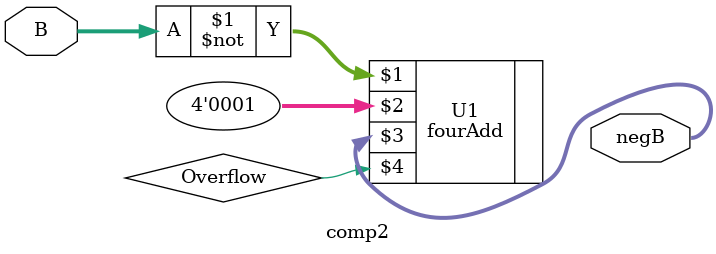
<source format=v>
`timescale 1ns / 1ps
module comp2(
    input [3:0] B,
    output [3:0] negB
    );

	fourAdd U1 ((~B),4'b0001,negB ,Overflow);//Overflow unneeded
	
endmodule

</source>
